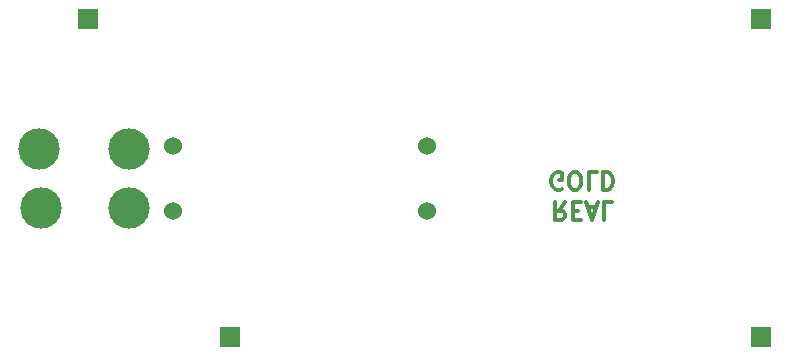
<source format=gbr>
%TF.GenerationSoftware,KiCad,Pcbnew,(5.1.12)-1*%
%TF.CreationDate,2021-12-09T18:01:32-07:00*%
%TF.ProjectId,SolarGPS,536f6c61-7247-4505-932e-6b696361645f,rev?*%
%TF.SameCoordinates,Original*%
%TF.FileFunction,Soldermask,Bot*%
%TF.FilePolarity,Negative*%
%FSLAX46Y46*%
G04 Gerber Fmt 4.6, Leading zero omitted, Abs format (unit mm)*
G04 Created by KiCad (PCBNEW (5.1.12)-1) date 2021-12-09 18:01:32*
%MOMM*%
%LPD*%
G01*
G04 APERTURE LIST*
%ADD10C,0.300000*%
%ADD11C,1.524000*%
%ADD12C,3.500000*%
%ADD13R,1.700000X1.700000*%
G04 APERTURE END LIST*
D10*
X93385714Y-65546428D02*
X92885714Y-66260714D01*
X92528571Y-65546428D02*
X92528571Y-67046428D01*
X93100000Y-67046428D01*
X93242857Y-66975000D01*
X93314285Y-66903571D01*
X93385714Y-66760714D01*
X93385714Y-66546428D01*
X93314285Y-66403571D01*
X93242857Y-66332142D01*
X93100000Y-66260714D01*
X92528571Y-66260714D01*
X94028571Y-66332142D02*
X94528571Y-66332142D01*
X94742857Y-65546428D02*
X94028571Y-65546428D01*
X94028571Y-67046428D01*
X94742857Y-67046428D01*
X95314285Y-65975000D02*
X96028571Y-65975000D01*
X95171428Y-65546428D02*
X95671428Y-67046428D01*
X96171428Y-65546428D01*
X97385714Y-65546428D02*
X96671428Y-65546428D01*
X96671428Y-67046428D01*
X93100000Y-64425000D02*
X92957142Y-64496428D01*
X92742857Y-64496428D01*
X92528571Y-64425000D01*
X92385714Y-64282142D01*
X92314285Y-64139285D01*
X92242857Y-63853571D01*
X92242857Y-63639285D01*
X92314285Y-63353571D01*
X92385714Y-63210714D01*
X92528571Y-63067857D01*
X92742857Y-62996428D01*
X92885714Y-62996428D01*
X93100000Y-63067857D01*
X93171428Y-63139285D01*
X93171428Y-63639285D01*
X92885714Y-63639285D01*
X94100000Y-64496428D02*
X94385714Y-64496428D01*
X94528571Y-64425000D01*
X94671428Y-64282142D01*
X94742857Y-63996428D01*
X94742857Y-63496428D01*
X94671428Y-63210714D01*
X94528571Y-63067857D01*
X94385714Y-62996428D01*
X94100000Y-62996428D01*
X93957142Y-63067857D01*
X93814285Y-63210714D01*
X93742857Y-63496428D01*
X93742857Y-63996428D01*
X93814285Y-64282142D01*
X93957142Y-64425000D01*
X94100000Y-64496428D01*
X96100000Y-62996428D02*
X95385714Y-62996428D01*
X95385714Y-64496428D01*
X96600000Y-62996428D02*
X96600000Y-64496428D01*
X96957142Y-64496428D01*
X97171428Y-64425000D01*
X97314285Y-64282142D01*
X97385714Y-64139285D01*
X97457142Y-63853571D01*
X97457142Y-63639285D01*
X97385714Y-63353571D01*
X97314285Y-63210714D01*
X97171428Y-63067857D01*
X96957142Y-62996428D01*
X96600000Y-62996428D01*
D11*
%TO.C,C14*%
X81750000Y-60750000D03*
X81750000Y-66250000D03*
%TD*%
D12*
%TO.C,J7*%
X56500000Y-61000000D03*
X56500000Y-66000000D03*
X48900000Y-61000000D03*
X49000000Y-66000000D03*
%TD*%
D11*
%TO.C,C17*%
X60200000Y-60750000D03*
X60200000Y-66250000D03*
%TD*%
D13*
%TO.C,J6*%
X65000000Y-77000000D03*
%TD*%
%TO.C,J5*%
X110000000Y-77000000D03*
%TD*%
%TO.C,J3*%
X53000000Y-50000000D03*
%TD*%
%TO.C,J2*%
X110000000Y-50000000D03*
%TD*%
M02*

</source>
